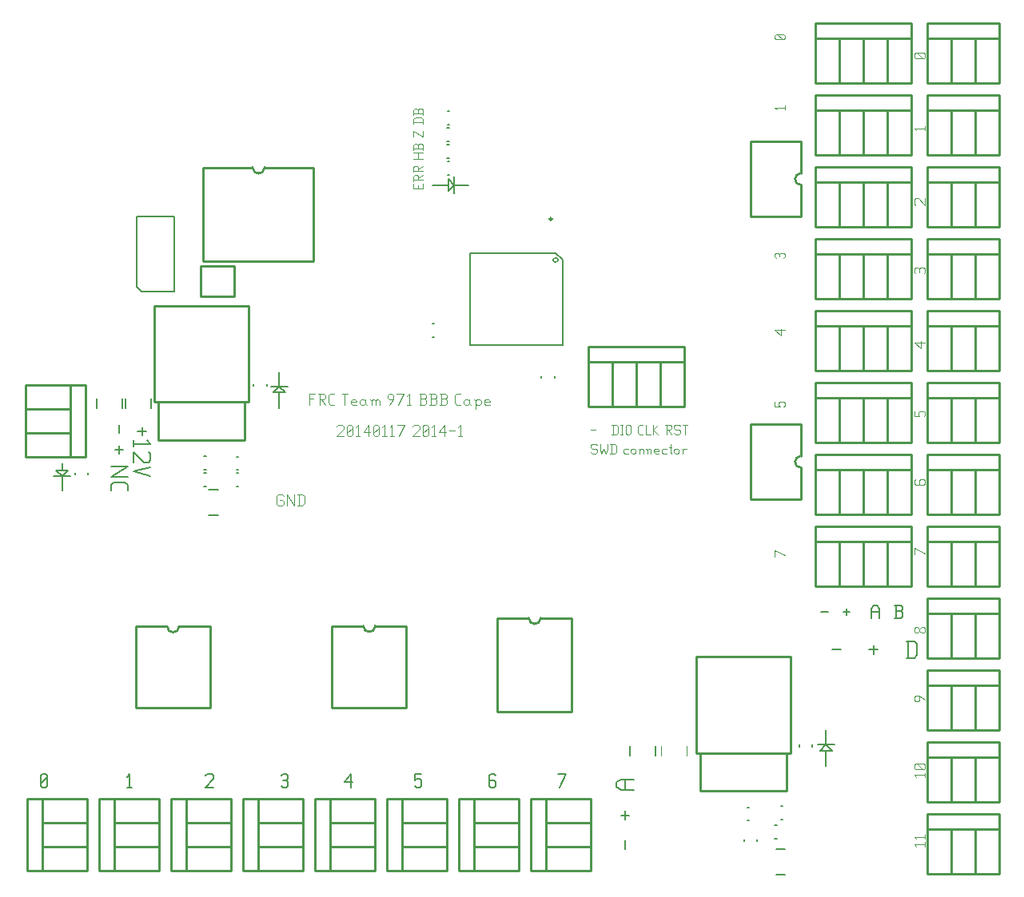
<source format=gbr>
G04 start of page 10 for group -4079 idx -4079 *
G04 Title: 971 BBB Cape, topsilk *
G04 Creator: pcb 20110918 *
G04 CreationDate: Sun Jan 19 01:17:08 2014 UTC *
G04 For: brians *
G04 Format: Gerber/RS-274X *
G04 PCB-Dimensions: 500000 400000 *
G04 PCB-Coordinate-Origin: lower left *
%MOIN*%
%FSLAX25Y25*%
%LNTOPSILK*%
%ADD316C,0.0030*%
%ADD315C,0.0080*%
%ADD314C,0.0100*%
%ADD313C,0.0070*%
%ADD312C,0.0040*%
%ADD311C,0.0042*%
%ADD310C,0.0054*%
%ADD309C,0.0072*%
%ADD308C,0.0046*%
%ADD307C,0.0060*%
G54D307*X251441Y328500D02*X248941Y331000D01*
X251441Y328500D02*X248941Y326000D01*
Y331000D01*
X251441Y328500D02*X257441D01*
X251441Y332000D02*Y325000D01*
X248941Y328500D02*X242441D01*
X406441Y95000D02*X403941Y92500D01*
X406441Y95000D02*X408941Y92500D01*
X403941D02*X408941D01*
X406441Y101000D02*Y95000D01*
Y92500D02*Y86000D01*
X402941Y95000D02*X409941D01*
X178441Y244500D02*X175941Y242000D01*
X178441Y244500D02*X180941Y242000D01*
X175941D02*X180941D01*
X178441Y250500D02*Y244500D01*
Y242000D02*Y235500D01*
X174941Y244500D02*X181941D01*
X87941Y207000D02*X90441Y209500D01*
X87941Y207000D02*X85441Y209500D01*
X90441D01*
X87941Y207000D02*Y201000D01*
X84441Y207000D02*X91441D01*
X87941Y209500D02*Y212500D01*
G54D308*X444070Y52497D02*X443150Y53417D01*
X447750D01*
Y54222D02*Y52497D01*
X444070Y55602D02*X443150Y56522D01*
X447750D01*
Y57327D02*Y55602D01*
X444070Y81477D02*X443150Y82397D01*
X447750D01*
Y83202D02*Y81477D01*
X447175Y84582D02*X447750Y85157D01*
X443725Y84582D02*X447175D01*
X443725D02*X443150Y85157D01*
Y86307D02*Y85157D01*
Y86307D02*X443725Y86882D01*
X447175D01*
X447750Y86307D02*X447175Y86882D01*
X447750Y86307D02*Y85157D01*
X446600Y84582D02*X444300Y86882D01*
X447750Y113677D02*X445450Y115402D01*
X443725D02*X445450D01*
X443150Y114827D02*X443725Y115402D01*
X443150Y114827D02*Y113677D01*
X443725Y113102D02*X443150Y113677D01*
X443725Y113102D02*X444875D01*
X445450Y113677D01*
Y115402D02*Y113677D01*
X447175Y141622D02*X447750Y142197D01*
X446255Y141622D02*X447175D01*
X446255D02*X445450Y142427D01*
Y143117D02*Y142427D01*
Y143117D02*X446255Y143922D01*
X447175D01*
X447750Y143347D02*X447175Y143922D01*
X447750Y143347D02*Y142197D01*
X444645Y141622D02*X445450Y142427D01*
X443725Y141622D02*X444645D01*
X443725D02*X443150Y142197D01*
Y143347D02*Y142197D01*
Y143347D02*X443725Y143922D01*
X444645D01*
X445450Y143117D02*X444645Y143922D01*
X447750Y174857D02*X443150Y177157D01*
Y174282D01*
Y205102D02*X443725Y205677D01*
X443150Y205102D02*Y203952D01*
X443725Y203377D02*X443150Y203952D01*
X443725Y203377D02*X447175D01*
X447750Y203952D01*
X445220Y205102D02*X445795Y205677D01*
X445220Y205102D02*Y203377D01*
X447750Y205102D02*Y203952D01*
Y205102D02*X447175Y205677D01*
X445795D02*X447175D01*
X443150Y234197D02*Y231897D01*
X445450D01*
X444875Y232472D01*
Y233622D02*Y232472D01*
Y233622D02*X445450Y234197D01*
X447175D01*
X447750Y233622D02*X447175Y234197D01*
X447750Y233622D02*Y232472D01*
X447175Y231897D02*X447750Y232472D01*
X446025Y260417D02*X443150Y262717D01*
X446025Y263292D02*Y260417D01*
X443150Y262717D02*X447750D01*
X443725Y291582D02*X443150Y292157D01*
Y293307D02*Y292157D01*
Y293307D02*X443725Y293882D01*
X447750Y293307D02*X447175Y293882D01*
X447750Y293307D02*Y292157D01*
X447175Y291582D02*X447750Y292157D01*
X445220Y293307D02*Y292157D01*
X443725Y293882D02*X444645D01*
X445795D02*X447175D01*
X445795D02*X445220Y293307D01*
X444645Y293882D02*X445220Y293307D01*
X443725Y320102D02*X443150Y320677D01*
Y322402D02*Y320677D01*
Y322402D02*X443725Y322977D01*
X444875D01*
X447750Y320102D02*X444875Y322977D01*
X447750D02*Y320102D01*
X444070Y351267D02*X443150Y352187D01*
X447750D01*
Y352992D02*Y351267D01*
X447175Y381282D02*X447750Y381857D01*
X443725Y381282D02*X447175D01*
X443725D02*X443150Y381857D01*
Y383007D02*Y381857D01*
Y383007D02*X443725Y383582D01*
X447175D01*
X447750Y383007D02*X447175Y383582D01*
X447750Y383007D02*Y381857D01*
X446600Y381282D02*X444300Y383582D01*
G54D309*X408938Y134585D02*X412538D01*
X424418D02*X428018D01*
X426218Y136385D02*Y132785D01*
X440798Y138185D02*Y130985D01*
X443138Y138185D02*X444398Y136925D01*
Y132245D01*
X443138Y130985D02*X444398Y132245D01*
X439898Y130985D02*X443138D01*
X439898Y138185D02*X443138D01*
G54D310*X404438Y150435D02*X407138D01*
X413618D02*X416318D01*
X414968Y151785D02*Y149085D01*
X425228Y151785D02*Y147735D01*
Y151785D02*X426173Y153135D01*
X427658D01*
X428603Y151785D01*
Y147735D01*
X425228Y150435D02*X428603D01*
X435083Y147735D02*X437783D01*
X438458Y148410D01*
Y150030D02*Y148410D01*
X437783Y150705D02*X438458Y150030D01*
X435758Y150705D02*X437783D01*
X435758Y153135D02*Y147735D01*
X435083Y153135D02*X437783D01*
X438458Y152460D01*
Y151380D01*
X437783Y150705D02*X438458Y151380D01*
G54D311*X389250Y174022D02*X385050Y176122D01*
Y173497D01*
Y238072D02*Y235972D01*
X387150D01*
X386625Y236497D01*
Y237547D02*Y236497D01*
Y237547D02*X387150Y238072D01*
X388725D01*
X389250Y237547D02*X388725Y238072D01*
X389250Y237547D02*Y236497D01*
X388725Y235972D02*X389250Y236497D01*
X387675Y265792D02*X385050Y267892D01*
X387675Y268417D02*Y265792D01*
X385050Y267892D02*X389250D01*
X385575Y298027D02*X385050Y298552D01*
Y299602D02*Y298552D01*
Y299602D02*X385575Y300127D01*
X389250Y299602D02*X388725Y300127D01*
X389250Y299602D02*Y298552D01*
X388725Y298027D02*X389250Y298552D01*
X386940Y299602D02*Y298552D01*
X385575Y300127D02*X386415D01*
X387465D02*X388725D01*
X387465D02*X386940Y299602D01*
X386415Y300127D02*X386940Y299602D01*
X385890Y359977D02*X385050Y360817D01*
X389250D01*
Y361552D02*Y359977D01*
X388725Y389272D02*X389250Y389797D01*
X385575Y389272D02*X388725D01*
X385575D02*X385050Y389797D01*
Y390847D02*Y389797D01*
Y390847D02*X385575Y391372D01*
X388725D01*
X389250Y390847D02*X388725Y391372D01*
X389250Y390847D02*Y389797D01*
X388200Y389272D02*X386100Y391372D01*
G54D312*X308438Y226485D02*X310438D01*
X317538Y228485D02*Y224485D01*
X318838Y228485D02*X319538Y227785D01*
Y225185D01*
X318838Y224485D02*X319538Y225185D01*
X317038Y224485D02*X318838D01*
X317038Y228485D02*X318838D01*
X320738D02*X321738D01*
X321238D02*Y224485D01*
X320738D02*X321738D01*
X322938Y227985D02*Y224985D01*
Y227985D02*X323438Y228485D01*
X324438D01*
X324938Y227985D01*
Y224985D01*
X324438Y224485D02*X324938Y224985D01*
X323438Y224485D02*X324438D01*
X322938Y224985D02*X323438Y224485D01*
X328638D02*X329938D01*
X327938Y225185D02*X328638Y224485D01*
X327938Y227785D02*Y225185D01*
Y227785D02*X328638Y228485D01*
X329938D01*
X331138D02*Y224485D01*
X333138D01*
X334338Y228485D02*Y224485D01*
Y226485D02*X336338Y228485D01*
X334338Y226485D02*X336338Y224485D01*
X339338Y228485D02*X341338D01*
X341838Y227985D01*
Y226985D01*
X341338Y226485D02*X341838Y226985D01*
X339838Y226485D02*X341338D01*
X339838Y228485D02*Y224485D01*
X340638Y226485D02*X341838Y224485D01*
X345038Y228485D02*X345538Y227985D01*
X343538Y228485D02*X345038D01*
X343038Y227985D02*X343538Y228485D01*
X343038Y227985D02*Y226985D01*
X343538Y226485D01*
X345038D01*
X345538Y225985D01*
Y224985D01*
X345038Y224485D02*X345538Y224985D01*
X343538Y224485D02*X345038D01*
X343038Y224985D02*X343538Y224485D01*
X346738Y228485D02*X348738D01*
X347738D02*Y224485D01*
X310438Y220485D02*X310938Y219985D01*
X308938Y220485D02*X310438D01*
X308438Y219985D02*X308938Y220485D01*
X308438Y219985D02*Y218985D01*
X308938Y218485D01*
X310438D01*
X310938Y217985D01*
Y216985D01*
X310438Y216485D02*X310938Y216985D01*
X308938Y216485D02*X310438D01*
X308438Y216985D02*X308938Y216485D01*
X312138Y220485D02*Y218485D01*
X312638Y216485D01*
X313638Y218485D01*
X314638Y216485D01*
X315138Y218485D01*
Y220485D02*Y218485D01*
X316838Y220485D02*Y216485D01*
X318138Y220485D02*X318838Y219785D01*
Y217185D01*
X318138Y216485D02*X318838Y217185D01*
X316338Y216485D02*X318138D01*
X316338Y220485D02*X318138D01*
X322338Y218485D02*X323838D01*
X321838Y217985D02*X322338Y218485D01*
X321838Y217985D02*Y216985D01*
X322338Y216485D01*
X323838D01*
X325038Y217985D02*Y216985D01*
Y217985D02*X325538Y218485D01*
X326538D01*
X327038Y217985D01*
Y216985D01*
X326538Y216485D02*X327038Y216985D01*
X325538Y216485D02*X326538D01*
X325038Y216985D02*X325538Y216485D01*
X328738Y217985D02*Y216485D01*
Y217985D02*X329238Y218485D01*
X329738D01*
X330238Y217985D01*
Y216485D01*
X328238Y218485D02*X328738Y217985D01*
X331938D02*Y216485D01*
Y217985D02*X332438Y218485D01*
X332938D01*
X333438Y217985D01*
Y216485D01*
X331438Y218485D02*X331938Y217985D01*
X335138Y216485D02*X336638D01*
X334638Y216985D02*X335138Y216485D01*
X334638Y217985D02*Y216985D01*
Y217985D02*X335138Y218485D01*
X336138D01*
X336638Y217985D01*
X334638Y217485D02*X336638D01*
Y217985D02*Y217485D01*
X338338Y218485D02*X339838D01*
X337838Y217985D02*X338338Y218485D01*
X337838Y217985D02*Y216985D01*
X338338Y216485D01*
X339838D01*
X341538Y220485D02*Y216985D01*
X342038Y216485D01*
X341038Y218985D02*X342038D01*
X343038Y217985D02*Y216985D01*
Y217985D02*X343538Y218485D01*
X344538D01*
X345038Y217985D01*
Y216985D01*
X344538Y216485D02*X345038Y216985D01*
X343538Y216485D02*X344538D01*
X343038Y216985D02*X343538Y216485D01*
X346738Y217985D02*Y216485D01*
Y217985D02*X347238Y218485D01*
X348238D01*
X346238D02*X346738Y217985D01*
X236256Y328497D02*Y326997D01*
X238456Y328997D02*Y326997D01*
X234456D02*X238456D01*
X234456Y328997D02*Y326997D01*
Y332197D02*Y330197D01*
Y332197D02*X234956Y332697D01*
X235956D01*
X236456Y332197D02*X235956Y332697D01*
X236456Y332197D02*Y330697D01*
X234456D02*X238456D01*
X236456Y331497D02*X238456Y332697D01*
X234456Y335897D02*Y333897D01*
Y335897D02*X234956Y336397D01*
X235956D01*
X236456Y335897D02*X235956Y336397D01*
X236456Y335897D02*Y334397D01*
X234456D02*X238456D01*
X236456Y335197D02*X238456Y336397D01*
X234456Y339397D02*X238456D01*
X234456Y341897D02*X238456D01*
X236456D02*Y339397D01*
X238456Y345097D02*Y343097D01*
Y345097D02*X237956Y345597D01*
X236756D02*X237956D01*
X236256Y345097D02*X236756Y345597D01*
X236256Y345097D02*Y343597D01*
X234456D02*X238456D01*
X234456Y345097D02*Y343097D01*
Y345097D02*X234956Y345597D01*
X235756D01*
X236256Y345097D02*X235756Y345597D01*
X234456Y351097D02*Y348597D01*
X238456D02*X234456Y351097D01*
X238456D02*Y348597D01*
X234456Y354597D02*X238456D01*
X234456Y355897D02*X235156Y356597D01*
X237756D01*
X238456Y355897D02*X237756Y356597D01*
X238456Y355897D02*Y354097D01*
X234456Y355897D02*Y354097D01*
X238456Y359797D02*Y357797D01*
Y359797D02*X237956Y360297D01*
X236756D02*X237956D01*
X236256Y359797D02*X236756Y360297D01*
X236256Y359797D02*Y358297D01*
X234456D02*X238456D01*
X234456Y359797D02*Y357797D01*
Y359797D02*X234956Y360297D01*
X235756D01*
X236256Y359797D02*X235756Y360297D01*
G54D308*X190941Y241350D02*Y236750D01*
Y241350D02*X193241D01*
X190941Y239280D02*X192666D01*
X194621Y241350D02*X196921D01*
X197496Y240775D01*
Y239625D01*
X196921Y239050D02*X197496Y239625D01*
X195196Y239050D02*X196921D01*
X195196Y241350D02*Y236750D01*
X196116Y239050D02*X197496Y236750D01*
X199681D02*X201176D01*
X198876Y237555D02*X199681Y236750D01*
X198876Y240545D02*Y237555D01*
Y240545D02*X199681Y241350D01*
X201176D01*
X204626D02*X206926D01*
X205776D02*Y236750D01*
X208881D02*X210606D01*
X208306Y237325D02*X208881Y236750D01*
X208306Y238475D02*Y237325D01*
Y238475D02*X208881Y239050D01*
X210031D01*
X210606Y238475D01*
X208306Y237900D02*X210606D01*
Y238475D02*Y237900D01*
X213711Y239050D02*X214286Y238475D01*
X212561Y239050D02*X213711D01*
X211986Y238475D02*X212561Y239050D01*
X211986Y238475D02*Y237325D01*
X212561Y236750D01*
X214286Y239050D02*Y237325D01*
X214861Y236750D01*
X212561D02*X213711D01*
X214286Y237325D01*
X216816Y238475D02*Y236750D01*
Y238475D02*X217391Y239050D01*
X217966D01*
X218541Y238475D01*
Y236750D01*
Y238475D02*X219116Y239050D01*
X219691D01*
X220266Y238475D01*
Y236750D01*
X216241Y239050D02*X216816Y238475D01*
X224291Y236750D02*X226016Y239050D01*
Y240775D02*Y239050D01*
X225441Y241350D02*X226016Y240775D01*
X224291Y241350D02*X225441D01*
X223716Y240775D02*X224291Y241350D01*
X223716Y240775D02*Y239625D01*
X224291Y239050D01*
X226016D01*
X227971Y236750D02*X230271Y241350D01*
X227396D02*X230271D01*
X231651Y240430D02*X232571Y241350D01*
Y236750D01*
X231651D02*X233376D01*
X236826D02*X239126D01*
X239701Y237325D01*
Y238705D02*Y237325D01*
X239126Y239280D02*X239701Y238705D01*
X237401Y239280D02*X239126D01*
X237401Y241350D02*Y236750D01*
X236826Y241350D02*X239126D01*
X239701Y240775D01*
Y239855D01*
X239126Y239280D02*X239701Y239855D01*
X241081Y236750D02*X243381D01*
X243956Y237325D01*
Y238705D02*Y237325D01*
X243381Y239280D02*X243956Y238705D01*
X241656Y239280D02*X243381D01*
X241656Y241350D02*Y236750D01*
X241081Y241350D02*X243381D01*
X243956Y240775D01*
Y239855D01*
X243381Y239280D02*X243956Y239855D01*
X245336Y236750D02*X247636D01*
X248211Y237325D01*
Y238705D02*Y237325D01*
X247636Y239280D02*X248211Y238705D01*
X245911Y239280D02*X247636D01*
X245911Y241350D02*Y236750D01*
X245336Y241350D02*X247636D01*
X248211Y240775D01*
Y239855D01*
X247636Y239280D02*X248211Y239855D01*
X252466Y236750D02*X253961D01*
X251661Y237555D02*X252466Y236750D01*
X251661Y240545D02*Y237555D01*
Y240545D02*X252466Y241350D01*
X253961D01*
X257066Y239050D02*X257641Y238475D01*
X255916Y239050D02*X257066D01*
X255341Y238475D02*X255916Y239050D01*
X255341Y238475D02*Y237325D01*
X255916Y236750D01*
X257641Y239050D02*Y237325D01*
X258216Y236750D01*
X255916D02*X257066D01*
X257641Y237325D01*
X260171Y238475D02*Y235025D01*
X259596Y239050D02*X260171Y238475D01*
X260746Y239050D01*
X261896D01*
X262471Y238475D01*
Y237325D01*
X261896Y236750D02*X262471Y237325D01*
X260746Y236750D02*X261896D01*
X260171Y237325D02*X260746Y236750D01*
X264426D02*X266151D01*
X263851Y237325D02*X264426Y236750D01*
X263851Y238475D02*Y237325D01*
Y238475D02*X264426Y239050D01*
X265576D01*
X266151Y238475D01*
X263851Y237900D02*X266151D01*
Y238475D02*Y237900D01*
X202441Y227775D02*X203016Y228350D01*
X204741D01*
X205316Y227775D01*
Y226625D01*
X202441Y223750D02*X205316Y226625D01*
X202441Y223750D02*X205316D01*
X206696Y224325D02*X207271Y223750D01*
X206696Y227775D02*Y224325D01*
Y227775D02*X207271Y228350D01*
X208421D01*
X208996Y227775D01*
Y224325D01*
X208421Y223750D02*X208996Y224325D01*
X207271Y223750D02*X208421D01*
X206696Y224900D02*X208996Y227200D01*
X210376Y227430D02*X211296Y228350D01*
Y223750D01*
X210376D02*X212101D01*
X213481Y225475D02*X215781Y228350D01*
X213481Y225475D02*X216356D01*
X215781Y228350D02*Y223750D01*
X217736Y224325D02*X218311Y223750D01*
X217736Y227775D02*Y224325D01*
Y227775D02*X218311Y228350D01*
X219461D01*
X220036Y227775D01*
Y224325D01*
X219461Y223750D02*X220036Y224325D01*
X218311Y223750D02*X219461D01*
X217736Y224900D02*X220036Y227200D01*
X221416Y227430D02*X222336Y228350D01*
Y223750D01*
X221416D02*X223141D01*
X224521Y227430D02*X225441Y228350D01*
Y223750D01*
X224521D02*X226246D01*
X228201D02*X230501Y228350D01*
X227626D02*X230501D01*
X233951Y227775D02*X234526Y228350D01*
X236251D01*
X236826Y227775D01*
Y226625D01*
X233951Y223750D02*X236826Y226625D01*
X233951Y223750D02*X236826D01*
X238206Y224325D02*X238781Y223750D01*
X238206Y227775D02*Y224325D01*
Y227775D02*X238781Y228350D01*
X239931D01*
X240506Y227775D01*
Y224325D01*
X239931Y223750D02*X240506Y224325D01*
X238781Y223750D02*X239931D01*
X238206Y224900D02*X240506Y227200D01*
X241886Y227430D02*X242806Y228350D01*
Y223750D01*
X241886D02*X243611D01*
X244991Y225475D02*X247291Y228350D01*
X244991Y225475D02*X247866D01*
X247291Y228350D02*Y223750D01*
X249246Y226050D02*X251546D01*
X252926Y227430D02*X253846Y228350D01*
Y223750D01*
X252926D02*X254651D01*
X179741Y199350D02*X180316Y198775D01*
X178016Y199350D02*X179741D01*
X177441Y198775D02*X178016Y199350D01*
X177441Y198775D02*Y195325D01*
X178016Y194750D01*
X179741D01*
X180316Y195325D01*
Y196475D02*Y195325D01*
X179741Y197050D02*X180316Y196475D01*
X178591Y197050D02*X179741D01*
X181696Y199350D02*Y194750D01*
Y199350D02*X184571Y194750D01*
Y199350D02*Y194750D01*
X186526Y199350D02*Y194750D01*
X188021Y199350D02*X188826Y198545D01*
Y195555D01*
X188021Y194750D02*X188826Y195555D01*
X185951Y194750D02*X188021D01*
X185951Y199350D02*X188021D01*
G54D313*X111691Y228500D02*Y225000D01*
Y219750D02*Y216250D01*
X109941Y218000D02*X113441D01*
X108191Y211000D02*X115191D01*
X108191Y206625D01*
X115191D01*
X108191Y203300D02*Y201025D01*
X109416Y204525D02*X108191Y203300D01*
X109416Y204525D02*X113966D01*
X115191Y203300D01*
Y201025D01*
X121191Y227500D02*Y224000D01*
X119441Y225750D02*X122941D01*
X123291Y221900D02*X124691Y220500D01*
X117691D02*X124691D01*
X117691Y221900D02*Y219275D01*
X123816Y217175D02*X124691Y216300D01*
Y213675D01*
X123816Y212800D01*
X122066D02*X123816D01*
X117691Y217175D02*X122066Y212800D01*
X117691Y217175D02*Y212800D01*
X124691Y210700D02*X117691Y208950D01*
X124691Y207200D01*
G54D309*X322650Y55096D02*Y51496D01*
Y67336D02*Y63736D01*
X320850Y65536D02*X324450D01*
X320850Y75976D02*X326250D01*
X320850D02*X319050Y77236D01*
Y79216D02*Y77236D01*
Y79216D02*X320850Y80476D01*
X326250D01*
X322650D02*Y75976D01*
G54D310*X78938Y77866D02*X79613Y77191D01*
X78938Y81916D02*Y77866D01*
Y81916D02*X79613Y82591D01*
X80963D01*
X81638Y81916D01*
Y77866D01*
X80963Y77191D02*X81638Y77866D01*
X79613Y77191D02*X80963D01*
X78938Y78541D02*X81638Y81241D01*
X114848Y81511D02*X115928Y82591D01*
Y77191D01*
X114848D02*X116873D01*
X147653Y81916D02*X148328Y82591D01*
X150353D01*
X151028Y81916D01*
Y80566D01*
X147653Y77191D02*X151028Y80566D01*
X147653Y77191D02*X151028D01*
X179378Y81916D02*X180053Y82591D01*
X181403D01*
X182078Y81916D01*
X181403Y77191D02*X182078Y77866D01*
X180053Y77191D02*X181403D01*
X179378Y77866D02*X180053Y77191D01*
Y80161D02*X181403D01*
X182078Y81916D02*Y80836D01*
Y79486D02*Y77866D01*
Y79486D02*X181403Y80161D01*
X182078Y80836D02*X181403Y80161D01*
X205568Y79216D02*X208268Y82591D01*
X205568Y79216D02*X208943D01*
X208268Y82591D02*Y77191D01*
X234863Y82591D02*X237563D01*
X234863D02*Y79891D01*
X235538Y80566D01*
X236888D01*
X237563Y79891D01*
Y77866D01*
X236888Y77191D02*X237563Y77866D01*
X235538Y77191D02*X236888D01*
X234863Y77866D02*X235538Y77191D01*
X267938Y82591D02*X268613Y81916D01*
X266588Y82591D02*X267938D01*
X265913Y81916D02*X266588Y82591D01*
X265913Y81916D02*Y77866D01*
X266588Y77191D01*
X267938Y80161D02*X268613Y79486D01*
X265913Y80161D02*X267938D01*
X266588Y77191D02*X267938D01*
X268613Y77866D01*
Y79486D02*Y77866D01*
X295208Y77191D02*X297908Y82591D01*
X294533D02*X297908D01*
G54D314*X448500Y126200D02*Y101200D01*
X478500Y126200D02*Y101200D01*
Y126200D02*X448500D01*
Y119700D02*X478500D01*
X458500Y101200D02*Y119700D01*
X468500Y101200D02*Y119700D01*
X448500Y101200D02*X478500D01*
X448500D02*X458500D01*
X448500Y96200D02*Y71200D01*
X478500Y96200D02*Y71200D01*
Y96200D02*X448500D01*
Y89700D02*X478500D01*
X458500Y71200D02*Y89700D01*
X468500Y71200D02*Y89700D01*
X448500Y71200D02*X478500D01*
X448500D02*X458500D01*
X448500Y66200D02*Y41200D01*
X478500Y66200D02*Y41200D01*
Y66200D02*X448500D01*
Y59700D02*X478500D01*
X458500Y41200D02*Y59700D01*
X468500Y41200D02*Y59700D01*
X448500Y41200D02*X478500D01*
X448500D02*X458500D01*
X448500Y216200D02*Y191200D01*
X478500Y216200D02*Y191200D01*
Y216200D02*X448500D01*
Y209700D02*X478500D01*
X458500Y191200D02*Y209700D01*
X468500Y191200D02*Y209700D01*
X448500Y191200D02*X478500D01*
X448500D02*X458500D01*
X448500Y186200D02*Y161200D01*
X478500Y186200D02*Y161200D01*
Y186200D02*X448500D01*
Y179700D02*X478500D01*
X458500Y161200D02*Y179700D01*
X468500Y161200D02*Y179700D01*
X448500Y161200D02*X478500D01*
X448500D02*X458500D01*
X374835Y228566D02*X396047D01*
X374835D02*Y197434D01*
X396047D01*
Y228566D02*Y215500D01*
Y210500D02*Y197434D01*
Y215500D02*G75*G03X396047Y210500I0J-2500D01*G01*
X402000Y216200D02*Y191200D01*
X442000Y216200D02*Y191200D01*
Y216200D02*X402000D01*
Y209700D02*X442000D01*
X412000Y191200D02*Y209700D01*
X422000Y191200D02*Y209700D01*
X432000Y191200D02*Y209700D01*
X402000Y191200D02*X442000D01*
X402000D02*X412000D01*
X448500Y246200D02*Y221200D01*
X478500Y246200D02*Y221200D01*
X448500Y246200D02*X478500D01*
X448500Y239700D02*X478500D01*
X458500D02*Y221200D01*
X468500Y239700D02*Y221200D01*
X448500D02*X478500D01*
X448500D02*X458500D01*
X402000Y246200D02*Y221200D01*
X442000Y246200D02*Y221200D01*
Y246200D02*X402000D01*
Y239700D02*X442000D01*
X412000Y221200D02*Y239700D01*
X422000Y221200D02*Y239700D01*
X432000Y221200D02*Y239700D01*
X402000Y221200D02*X442000D01*
X402000D02*X412000D01*
X448500Y276200D02*Y251200D01*
X478500Y276200D02*Y251200D01*
Y276200D02*X448500D01*
Y269700D02*X478500D01*
X458500Y251200D02*Y269700D01*
X468500Y251200D02*Y269700D01*
X448500Y251200D02*X478500D01*
X448500D02*X458500D01*
X448500Y156200D02*Y131200D01*
X478500Y156200D02*Y131200D01*
Y156200D02*X448500D01*
Y149700D02*X478500D01*
X458500Y131200D02*Y149700D01*
X468500Y131200D02*Y149700D01*
X448500Y131200D02*X478500D01*
X448500D02*X458500D01*
X402000Y186200D02*Y161200D01*
X442000Y186200D02*Y161200D01*
Y186200D02*X402000D01*
Y179700D02*X442000D01*
X412000Y161200D02*Y179700D01*
X422000Y161200D02*Y179700D01*
X432000Y161200D02*Y179700D01*
X402000Y161200D02*X442000D01*
X402000D02*X412000D01*
X353831Y75673D02*Y91421D01*
X390051Y75673D02*X353831D01*
X390051Y91421D02*Y75673D01*
X352256Y91421D02*Y131579D01*
X391626Y91421D02*Y131579D01*
Y91421D02*X352256D01*
X391626Y131579D02*X352256D01*
G54D315*X400696Y94892D02*Y94106D01*
X395186Y94892D02*Y94106D01*
X372186Y55349D02*Y54563D01*
X377696Y55349D02*Y54563D01*
X373548Y68755D02*X374334D01*
X373548Y63245D02*X374334D01*
X385473Y51314D02*X389409D01*
X385473Y40686D02*X389409D01*
X385048Y61255D02*X385834D01*
X385048Y55745D02*X385834D01*
X387548Y69255D02*X388334D01*
X387548Y63745D02*X388334D01*
G54D314*X448500Y396200D02*Y371200D01*
X478500Y396200D02*Y371200D01*
X448500Y396200D02*X478500D01*
X448500Y389700D02*X478500D01*
X458500D02*Y371200D01*
X468500Y389700D02*Y371200D01*
X448500D02*X478500D01*
X448500D02*X458500D01*
X448500Y366200D02*Y341200D01*
X478500Y366200D02*Y341200D01*
Y366200D02*X448500D01*
Y359700D02*X478500D01*
X458500Y341200D02*Y359700D01*
X468500Y341200D02*Y359700D01*
X448500Y341200D02*X478500D01*
X448500D02*X458500D01*
X402000Y366200D02*Y341200D01*
X442000Y366200D02*Y341200D01*
Y366200D02*X402000D01*
Y359700D02*X442000D01*
X412000Y341200D02*Y359700D01*
X422000Y341200D02*Y359700D01*
X432000Y341200D02*Y359700D01*
X402000Y341200D02*X442000D01*
X402000D02*X412000D01*
X402000Y396200D02*Y371200D01*
X442000Y396200D02*Y371200D01*
Y396200D02*X402000D01*
Y389700D02*X442000D01*
X412000Y371200D02*Y389700D01*
X422000Y371200D02*Y389700D01*
X432000Y371200D02*Y389700D01*
X402000Y371200D02*X442000D01*
X402000D02*X412000D01*
X448500Y336200D02*Y311200D01*
X478500Y336200D02*Y311200D01*
Y336200D02*X448500D01*
Y329700D02*X478500D01*
X458500Y311200D02*Y329700D01*
X468500Y311200D02*Y329700D01*
X448500Y311200D02*X478500D01*
X448500D02*X458500D01*
X448500Y306200D02*Y281200D01*
X478500Y306200D02*Y281200D01*
Y306200D02*X448500D01*
Y299700D02*X478500D01*
X458500Y281200D02*Y299700D01*
X468500Y281200D02*Y299700D01*
X448500Y281200D02*X478500D01*
X448500D02*X458500D01*
X374835Y346566D02*X396047D01*
X374835D02*Y315434D01*
X396047D01*
Y346566D02*Y333500D01*
Y328500D02*Y315434D01*
Y333500D02*G75*G03X396047Y328500I0J-2500D01*G01*
X402000Y306200D02*Y281200D01*
X442000Y306200D02*Y281200D01*
Y306200D02*X402000D01*
Y299700D02*X442000D01*
X412000Y281200D02*Y299700D01*
X422000Y281200D02*Y299700D01*
X432000Y281200D02*Y299700D01*
X402000Y281200D02*X442000D01*
X402000D02*X412000D01*
X402000Y336200D02*Y311200D01*
X442000Y336200D02*Y311200D01*
X402000Y336200D02*X442000D01*
X402000Y329700D02*X442000D01*
X412000D02*Y311200D01*
X422000Y329700D02*Y311200D01*
X432000Y329700D02*Y311200D01*
X402000D02*X442000D01*
X402000D02*X412000D01*
X402000Y276200D02*Y251200D01*
X442000Y276200D02*Y251200D01*
X402000Y276200D02*X442000D01*
X402000Y269700D02*X442000D01*
X412000D02*Y251200D01*
X422000Y269700D02*Y251200D01*
X432000Y269700D02*Y251200D01*
X402000D02*X442000D01*
X402000D02*X412000D01*
X307441Y261200D02*Y236200D01*
X347441Y261200D02*Y236200D01*
Y261200D02*X307441D01*
Y254700D02*X347441D01*
X317441Y236200D02*Y254700D01*
X327441Y236200D02*Y254700D01*
X337441Y236200D02*Y254700D01*
X307441Y236200D02*X347441D01*
X307441D02*X317441D01*
X283241Y42500D02*X308241D01*
X283241Y72500D02*X308241D01*
X283241D02*Y42500D01*
X289741Y72500D02*Y42500D01*
Y52500D02*X308241D01*
X289741Y62500D02*X308241D01*
Y72500D02*Y42500D01*
Y52500D02*Y42500D01*
X269438Y147822D02*Y108822D01*
X300438D01*
Y147822D01*
X269438D02*X282438D01*
X300438D02*X287438D01*
X282438D02*G75*G03X287438Y147822I2500J0D01*G01*
X223241Y42500D02*X248241D01*
X223241Y72500D02*X248241D01*
X223241D02*Y42500D01*
X229741Y72500D02*Y42500D01*
Y52500D02*X248241D01*
X229741Y62500D02*X248241D01*
Y72500D02*Y42500D01*
Y52500D02*Y42500D01*
X253241D02*X278241D01*
X253241Y72500D02*X278241D01*
X253241D02*Y42500D01*
X259741Y72500D02*Y42500D01*
Y52500D02*X278241D01*
X259741Y62500D02*X278241D01*
Y72500D02*Y42500D01*
Y52500D02*Y42500D01*
G54D316*X348255Y94467D02*Y90531D01*
X337627Y94467D02*Y90531D01*
G54D315*X335255Y94467D02*Y90531D01*
X324627Y94467D02*Y90531D01*
G54D314*X73241Y42500D02*X98241D01*
X73241Y72500D02*X98241D01*
X73241D02*Y42500D01*
X79741Y72500D02*Y42500D01*
Y52500D02*X98241D01*
X79741Y62500D02*X98241D01*
Y72500D02*Y42500D01*
Y52500D02*Y42500D01*
X193241D02*X218241D01*
X193241Y72500D02*X218241D01*
X193241D02*Y42500D01*
X199741Y72500D02*Y42500D01*
Y52500D02*X218241D01*
X199741Y62500D02*X218241D01*
Y72500D02*Y42500D01*
Y52500D02*Y42500D01*
X163241D02*X188241D01*
X163241Y72500D02*X188241D01*
X163241D02*Y42500D01*
X169741Y72500D02*Y42500D01*
Y52500D02*X188241D01*
X169741Y62500D02*X188241D01*
Y72500D02*Y42500D01*
Y52500D02*Y42500D01*
X133241D02*X158241D01*
X133241Y72500D02*X158241D01*
X133241D02*Y42500D01*
X139741Y72500D02*Y42500D01*
Y52500D02*X158241D01*
X139741Y62500D02*X158241D01*
Y72500D02*Y42500D01*
Y52500D02*Y42500D01*
X103241D02*X128241D01*
X103241Y72500D02*X128241D01*
X103241D02*Y42500D01*
X109741Y72500D02*Y42500D01*
Y52500D02*X128241D01*
X109741Y62500D02*X128241D01*
Y72500D02*Y42500D01*
Y52500D02*Y42500D01*
X200441Y144500D02*Y110500D01*
X231441D01*
Y144500D01*
X200441D02*X213441D01*
X231441D02*X218441D01*
X213441D02*G75*G03X218441Y144500I2500J0D01*G01*
X118666Y144340D02*Y110340D01*
X149666D01*
Y144340D01*
X118666D02*X131666D01*
X149666D02*X136666D01*
X131666D02*G75*G03X136666Y144340I2500J0D01*G01*
X146799Y335829D02*Y296829D01*
X192799D01*
Y335829D01*
X146799D02*X167299D01*
X192799D02*X172299D01*
X167299D02*G75*G03X172299Y335829I2500J0D01*G01*
G54D315*X120894Y283923D02*X118925Y285892D01*
X120894Y283923D02*X134673D01*
Y315419D02*Y283923D01*
X118925Y315419D02*X134673D01*
X118925D02*Y285892D01*
X248505Y359255D02*X249291D01*
X248505Y353745D02*X249291D01*
X160548Y208255D02*X161334D01*
X160548Y202745D02*X161334D01*
X160635Y215125D02*X161421D01*
X160635Y209615D02*X161421D01*
X242304Y270584D02*X243090D01*
X242304Y265074D02*X243090D01*
X287686Y248850D02*Y248064D01*
X293196Y248850D02*Y248064D01*
X296525Y297214D02*Y261544D01*
X257955D02*X296525D01*
X257955Y300114D02*Y261544D01*
Y300114D02*X293625D01*
X296525Y297214D01*
X293625Y298214D02*G75*G03X293625Y298214I0J-1000D01*G01*
G54D314*X291150Y314280D02*G75*G03X291150Y314280I500J0D01*G01*
G54D315*X248462Y352255D02*X249248D01*
X248462Y346745D02*X249248D01*
X248505Y338255D02*X249291D01*
X248505Y332745D02*X249291D01*
X248462Y345255D02*X249248D01*
X248462Y339745D02*X249248D01*
G54D314*X145699Y294729D02*X159599D01*
X145699D02*Y281929D01*
X159599D01*
Y294729D02*Y281929D01*
G54D315*X112885Y239433D02*Y235497D01*
X102257Y239433D02*Y235497D01*
X124885D02*Y239433D01*
X114257Y235497D02*Y239433D01*
G54D314*X72641Y245000D02*X97641D01*
X72641Y215000D02*X97641D01*
Y245000D02*Y215000D01*
X91141Y245000D02*Y215000D01*
X72641Y235000D02*X91141D01*
X72641Y225000D02*X91141D01*
X72641Y245000D02*Y215000D01*
Y245000D02*Y235000D01*
G54D315*X93186Y208393D02*Y207607D01*
X98696Y208393D02*Y207607D01*
X173196Y245393D02*Y244607D01*
X167686Y245393D02*Y244607D01*
X148973Y201314D02*X152909D01*
X148973Y190686D02*X152909D01*
G54D314*X127831Y222173D02*Y237921D01*
X164051Y222173D02*X127831D01*
X164051Y237921D02*Y222173D01*
X126256Y237921D02*Y278079D01*
X165626Y237921D02*Y278079D01*
Y237921D02*X126256D01*
X165626Y278079D02*X126256D01*
G54D315*X147048Y208255D02*X147834D01*
X147048Y202745D02*X147834D01*
X147048Y215255D02*X147834D01*
X147048Y209745D02*X147834D01*
M02*

</source>
